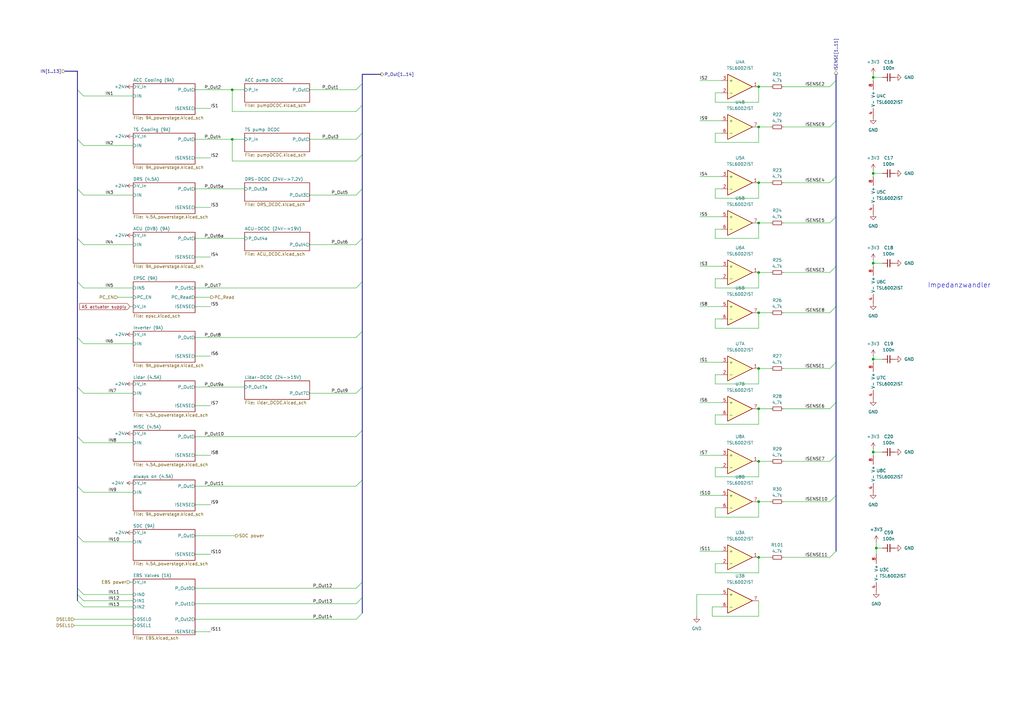
<source format=kicad_sch>
(kicad_sch (version 20231120) (generator "eeschema") (generator_version "8.0")
  (paper "A3")
  (title_block (title "PDU FT25") (date "2025-01-15") (rev "V1.2") (company "Janek Herm") (comment 1 "FaSTTUBe Electronics"))
  (lib_symbols
    (symbol "Device:C_Small" (pin_numbers hide) (pin_names (offset 0.254) hide)
      (property "Reference" "C" (at 0.254 1.778 0))
      (property "Value" "C_Small" (at 0.254 -2.032 0))
      (symbol "C_Small_0_1"
        (polyline (pts (xy -1.524 -0.508) (xy 1.524 -0.508)) (stroke (width 0.3302)))
        (polyline (pts (xy -1.524 0.508) (xy 1.524 0.508)) (stroke (width 0.3048)))
      )
      (symbol "C_Small_1_1"
        (pin passive line (at 0 2.54 270) (length 2.032) (name "~") (number "1"))
        (pin passive line (at 0 -2.54 90) (length 2.032) (name "~") (number "2"))
      )
    )
    (symbol "Device:Opamp_Dual"
      (property "Reference" "U" (at 0 5.08 0))
      (property "Value" "Opamp_Dual" (at 0 -5.08 0))
      (symbol "Opamp_Dual_1_1"
        (polyline (pts (xy -5.08 5.08) (xy 5.08 0) (xy -5.08 -5.08) (xy -5.08 5.08)) (stroke (width 0.254)) (fill (type background)))
        (pin output line (at 7.62 0 180) (length 2.54) (name "~") (number "1"))
        (pin input line (at -7.62 -2.54 0) (length 2.54) (name "-") (number "2"))
        (pin input line (at -7.62 2.54 0) (length 2.54) (name "+") (number "3"))
      )
      (symbol "Opamp_Dual_2_1"
        (polyline (pts (xy -5.08 5.08) (xy 5.08 0) (xy -5.08 -5.08) (xy -5.08 5.08)) (stroke (width 0.254)) (fill (type background)))
        (pin input line (at -7.62 2.54 0) (length 2.54) (name "+") (number "5"))
        (pin input line (at -7.62 -2.54 0) (length 2.54) (name "-") (number "6"))
        (pin output line (at 7.62 0 180) (length 2.54) (name "~") (number "7"))
      )
      (symbol "Opamp_Dual_3_1"
        (pin power_in line (at -2.54 -7.62 90) (length 3.81) (name "V-") (number "4"))
        (pin power_in line (at -2.54 7.62 270) (length 3.81) (name "V+") (number "8"))
      )
    )
    (symbol "Device:R_Small" (pin_numbers hide) (pin_names (offset 0.254) hide)
      (property "Reference" "R" (at 0.762 0.508 0))
      (property "Value" "R_Small" (at 0.762 -1.016 0))
      (symbol "R_Small_0_1"
        (rectangle (start -0.762 1.778) (end 0.762 -1.778) (stroke (width 0.2032)))
      )
      (symbol "R_Small_1_1"
        (pin passive line (at 0 2.54 270) (length 0.762) (name "~") (number "1"))
        (pin passive line (at 0 -2.54 90) (length 0.762) (name "~") (number "2"))
      )
    )
    (symbol "power:+12V" (power) (pin_numbers hide) (pin_names (offset 0) hide)
      (property "Value" "+12V" (at 0 3.556 0))
      (symbol "+12V_0_1"
        (polyline (pts (xy -0.762 1.27) (xy 0 2.54)))
        (polyline (pts (xy 0 0) (xy 0 2.54)))
        (polyline (pts (xy 0 2.54) (xy 0.762 1.27)))
      )
      (symbol "+12V_1_1"
        (pin power_in line (at 0 0 90) (length 0) (name "~") (number "1"))
      )
    )
    (symbol "power:+24V" (power) (pin_numbers hide) (pin_names (offset 0) hide)
      (property "Value" "+24V" (at 0 3.556 0))
      (symbol "+24V_0_1"
        (polyline (pts (xy -0.762 1.27) (xy 0 2.54)))
        (polyline (pts (xy 0 0) (xy 0 2.54)))
        (polyline (pts (xy 0 2.54) (xy 0.762 1.27)))
      )
      (symbol "+24V_1_1"
        (pin power_in line (at 0 0 90) (length 0) (name "~") (number "1"))
      )
    )
    (symbol "power:+3.3V" (power) (pin_numbers hide) (pin_names (offset 0) hide)
      (property "Value" "+3.3V" (at 0 3.556 0))
      (symbol "+3.3V_0_1"
        (polyline (pts (xy -0.762 1.27) (xy 0 2.54)))
        (polyline (pts (xy 0 0) (xy 0 2.54)))
        (polyline (pts (xy 0 2.54) (xy 0.762 1.27)))
      )
      (symbol "+3.3V_1_1"
        (pin power_in line (at 0 0 90) (length 0) (name "~") (number "1"))
      )
    )
    (symbol "power:GND" (power) (pin_numbers hide) (pin_names (offset 0) hide)
      (property "Value" "GND" (at 0 -3.81 0))
      (symbol "GND_0_1"
        (polyline (pts (xy 0 0) (xy 0 -1.27) (xy 1.27 -1.27) (xy 0 -2.54) (xy -1.27 -1.27) (xy 0 -1.27)))
      )
      (symbol "GND_1_1"
        (pin power_in line (at 0 0 270) (length 0) (name "~") (number "1"))
      )
    )
  )
  (junction (at 311.15 111.76))
  (junction (at 358.14 71.12))
  (junction (at 358.14 31.75))
  (junction (at 358.14 185.42))
  (junction (at 311.15 128.27))
  (junction (at 95.25 36.83))
  (junction (at 95.25 57.15))
  (junction (at 311.15 52.07))
  (junction (at 311.15 205.74))
  (junction (at 311.15 228.6))
  (junction (at 359.41 224.79))
  (junction (at 311.15 151.13))
  (junction (at 311.15 91.44))
  (junction (at 311.15 35.56))
  (junction (at 358.14 147.32))
  (junction (at 358.14 107.95))
  (junction (at 311.15 74.93))
  (junction (at 311.15 189.23))
  (junction (at 311.15 167.64))
  (bus_entry (at 340.36 228.6) (size 2.54 -2.54))
  (bus_entry (at 31.75 199.39) (size 2.54 2.54))
  (bus_entry (at 34.29 80.01) (size -2.54 -2.54))
  (bus_entry (at 31.75 219.71) (size 2.54 2.54))
  (bus_entry (at 146.05 254) (size 2.54 -2.54))
  (bus_entry (at 34.29 140.97) (size -2.54 -2.54))
  (bus_entry (at 146.05 247.65) (size 2.54 -2.54))
  (bus_entry (at 340.36 151.13) (size 2.54 -2.54))
  (bus_entry (at 146.05 179.07) (size 2.54 -2.54))
  (bus_entry (at 340.36 189.23) (size 2.54 -2.54))
  (bus_entry (at 146.05 100.33) (size 2.54 -2.54))
  (bus_entry (at 146.05 199.39) (size 2.54 -2.54))
  (bus_entry (at 340.36 111.76) (size 2.54 -2.54))
  (bus_entry (at 340.36 205.74) (size 2.54 -2.54))
  (bus_entry (at 340.36 74.93) (size 2.54 -2.54))
  (bus_entry (at 34.29 118.11) (size -2.54 -2.54))
  (bus_entry (at 146.05 118.11) (size 2.54 -2.54))
  (bus_entry (at 340.36 52.07) (size 2.54 -2.54))
  (bus_entry (at 34.29 100.33) (size -2.54 -2.54))
  (bus_entry (at 146.05 57.15) (size 2.54 -2.54))
  (bus_entry (at 146.05 161.29) (size 2.54 -2.54))
  (bus_entry (at 146.05 66.04) (size 2.54 -2.54))
  (bus_entry (at 146.05 241.3) (size 2.54 -2.54))
  (bus_entry (at 340.36 167.64) (size 2.54 -2.54))
  (bus_entry (at 31.75 179.07) (size 2.54 2.54))
  (bus_entry (at 34.29 39.37) (size -2.54 -2.54))
  (bus_entry (at 146.05 80.01) (size 2.54 -2.54))
  (bus_entry (at 340.36 91.44) (size 2.54 -2.54))
  (bus_entry (at 31.75 243.84) (size 2.54 2.54))
  (bus_entry (at 31.75 246.38) (size 2.54 2.54))
  (bus_entry (at 31.75 241.3) (size 2.54 2.54))
  (bus_entry (at 146.05 45.72) (size 2.54 -2.54))
  (bus_entry (at 340.36 128.27) (size 2.54 -2.54))
  (bus_entry (at 340.36 35.56) (size 2.54 -2.54))
  (bus_entry (at 34.29 59.69) (size -2.54 -2.54))
  (bus_entry (at 146.05 138.43) (size 2.54 -2.54))
  (bus_entry (at 146.05 36.83) (size 2.54 -2.54))
  (bus_entry (at 31.75 158.75) (size 2.54 2.54))
  (wire (pts (xy 293.37 130.81) (xy 293.37 134.62)))
  (bus (pts (xy 342.9 88.9) (xy 342.9 109.22)))
  (wire (pts (xy 311.15 189.23) (xy 311.15 195.58)))
  (bus (pts (xy 342.9 125.73) (xy 342.9 148.59)))
  (wire (pts (xy 321.31 52.07) (xy 340.36 52.07)))
  (wire (pts (xy 311.15 151.13) (xy 311.15 157.48)))
  (wire (pts (xy 34.29 100.33) (xy 54.61 100.33)))
  (wire (pts (xy 311.15 234.95) (xy 311.15 228.6)))
  (wire (pts (xy 321.31 205.74) (xy 340.36 205.74)))
  (bus (pts (xy 342.9 148.59) (xy 342.9 165.1)))
  (bus (pts (xy 31.75 243.84) (xy 31.75 246.38)))
  (wire (pts (xy 358.14 30.48) (xy 358.14 31.75)))
  (wire (pts (xy 311.15 205.74) (xy 311.15 212.09)))
  (wire (pts (xy 359.41 224.79) (xy 361.95 224.79)))
  (wire (pts (xy 295.91 248.92) (xy 292.1 248.92)))
  (wire (pts (xy 311.15 128.27) (xy 311.15 134.62)))
  (wire (pts (xy 293.37 81.28) (xy 311.15 81.28)))
  (bus (pts (xy 31.75 241.3) (xy 31.75 243.84)))
  (wire (pts (xy 293.37 54.61) (xy 293.37 58.42)))
  (wire (pts (xy 311.15 74.93) (xy 316.23 74.93)))
  (wire (pts (xy 287.02 33.02) (xy 295.91 33.02)))
  (wire (pts (xy 287.02 226.06) (xy 295.91 226.06)))
  (wire (pts (xy 311.15 189.23) (xy 316.23 189.23)))
  (wire (pts (xy 95.25 45.72) (xy 146.05 45.72)))
  (wire (pts (xy 95.25 36.83) (xy 100.33 36.83)))
  (wire (pts (xy 293.37 195.58) (xy 311.15 195.58)))
  (wire (pts (xy 80.01 146.05) (xy 86.36 146.05)))
  (bus (pts (xy 148.59 63.5) (xy 148.59 77.47)))
  (wire (pts (xy 295.91 231.14) (xy 293.37 231.14)))
  (wire (pts (xy 292.1 248.92) (xy 292.1 252.73)))
  (wire (pts (xy 53.34 238.76) (xy 54.61 238.76)))
  (wire (pts (xy 34.29 80.01) (xy 54.61 80.01)))
  (wire (pts (xy 295.91 114.3) (xy 293.37 114.3)))
  (wire (pts (xy 285.75 243.84) (xy 295.91 243.84)))
  (wire (pts (xy 295.91 191.77) (xy 293.37 191.77)))
  (wire (pts (xy 311.15 35.56) (xy 316.23 35.56)))
  (wire (pts (xy 295.91 130.81) (xy 293.37 130.81)))
  (wire (pts (xy 295.91 54.61) (xy 293.37 54.61)))
  (wire (pts (xy 311.15 111.76) (xy 316.23 111.76)))
  (bus (pts (xy 148.59 238.76) (xy 148.59 245.11)))
  (wire (pts (xy 295.91 170.18) (xy 293.37 170.18)))
  (wire (pts (xy 287.02 148.59) (xy 295.91 148.59)))
  (bus (pts (xy 156.21 30.48) (xy 148.59 30.48)))
  (wire (pts (xy 358.14 107.95) (xy 361.95 107.95)))
  (wire (pts (xy 295.91 208.28) (xy 293.37 208.28)))
  (wire (pts (xy 358.14 69.85) (xy 358.14 71.12)))
  (wire (pts (xy 293.37 212.09) (xy 311.15 212.09)))
  (wire (pts (xy 30.48 254) (xy 54.61 254)))
  (wire (pts (xy 80.01 77.47) (xy 100.33 77.47)))
  (bus (pts (xy 342.9 72.39) (xy 342.9 88.9)))
  (wire (pts (xy 80.01 44.45) (xy 86.36 44.45)))
  (bus (pts (xy 148.59 158.75) (xy 148.59 176.53)))
  (wire (pts (xy 321.31 151.13) (xy 340.36 151.13)))
  (wire (pts (xy 358.14 185.42) (xy 358.14 186.69)))
  (wire (pts (xy 321.31 228.6) (xy 340.36 228.6)))
  (wire (pts (xy 127 57.15) (xy 146.05 57.15)))
  (wire (pts (xy 80.01 179.07) (xy 146.05 179.07)))
  (wire (pts (xy 287.02 125.73) (xy 295.91 125.73)))
  (wire (pts (xy 287.02 109.22) (xy 295.91 109.22)))
  (wire (pts (xy 358.14 71.12) (xy 361.95 71.12)))
  (wire (pts (xy 80.01 138.43) (xy 146.05 138.43)))
  (bus (pts (xy 342.9 109.22) (xy 342.9 125.73)))
  (wire (pts (xy 311.15 167.64) (xy 316.23 167.64)))
  (wire (pts (xy 311.15 52.07) (xy 311.15 58.42)))
  (wire (pts (xy 358.14 31.75) (xy 361.95 31.75)))
  (wire (pts (xy 34.29 243.84) (xy 54.61 243.84)))
  (bus (pts (xy 31.75 57.15) (xy 31.75 77.47)))
  (bus (pts (xy 31.75 29.21) (xy 31.75 36.83)))
  (wire (pts (xy 321.31 128.27) (xy 340.36 128.27)))
  (bus (pts (xy 148.59 196.85) (xy 148.59 238.76)))
  (wire (pts (xy 287.02 72.39) (xy 295.91 72.39)))
  (wire (pts (xy 311.15 52.07) (xy 316.23 52.07)))
  (wire (pts (xy 80.01 105.41) (xy 86.36 105.41)))
  (wire (pts (xy 359.41 222.25) (xy 359.41 224.79)))
  (wire (pts (xy 293.37 157.48) (xy 311.15 157.48)))
  (wire (pts (xy 311.15 205.74) (xy 316.23 205.74)))
  (wire (pts (xy 80.01 125.73) (xy 86.36 125.73)))
  (wire (pts (xy 293.37 97.79) (xy 311.15 97.79)))
  (wire (pts (xy 80.01 158.75) (xy 100.33 158.75)))
  (wire (pts (xy 295.91 93.98) (xy 293.37 93.98)))
  (bus (pts (xy 31.75 179.07) (xy 31.75 199.39)))
  (wire (pts (xy 80.01 207.01) (xy 86.36 207.01)))
  (bus (pts (xy 26.67 29.21) (xy 31.75 29.21)))
  (wire (pts (xy 287.02 186.69) (xy 295.91 186.69)))
  (wire (pts (xy 293.37 58.42) (xy 311.15 58.42)))
  (bus (pts (xy 31.75 97.79) (xy 31.75 115.57)))
  (wire (pts (xy 293.37 234.95) (xy 311.15 234.95)))
  (bus (pts (xy 148.59 176.53) (xy 148.59 196.85)))
  (wire (pts (xy 34.29 59.69) (xy 54.61 59.69)))
  (bus (pts (xy 342.9 186.69) (xy 342.9 203.2)))
  (wire (pts (xy 358.14 147.32) (xy 358.14 148.59)))
  (wire (pts (xy 295.91 153.67) (xy 293.37 153.67)))
  (bus (pts (xy 31.75 219.71) (xy 31.75 241.3)))
  (wire (pts (xy 292.1 252.73) (xy 311.15 252.73)))
  (wire (pts (xy 321.31 91.44) (xy 340.36 91.44)))
  (wire (pts (xy 285.75 243.84) (xy 285.75 252.73)))
  (bus (pts (xy 148.59 245.11) (xy 148.59 251.46)))
  (wire (pts (xy 80.01 247.65) (xy 146.05 247.65)))
  (wire (pts (xy 293.37 153.67) (xy 293.37 157.48)))
  (wire (pts (xy 34.29 39.37) (xy 54.61 39.37)))
  (wire (pts (xy 293.37 38.1) (xy 293.37 41.91)))
  (wire (pts (xy 34.29 222.25) (xy 54.61 222.25)))
  (wire (pts (xy 293.37 208.28) (xy 293.37 212.09)))
  (wire (pts (xy 80.01 64.77) (xy 86.36 64.77)))
  (wire (pts (xy 95.25 57.15) (xy 95.25 66.04)))
  (bus (pts (xy 342.9 165.1) (xy 342.9 186.69)))
  (wire (pts (xy 80.01 254) (xy 146.05 254)))
  (wire (pts (xy 34.29 118.11) (xy 54.61 118.11)))
  (wire (pts (xy 30.48 256.54) (xy 54.61 256.54)))
  (wire (pts (xy 311.15 252.73) (xy 311.15 246.38)))
  (wire (pts (xy 358.14 184.15) (xy 358.14 185.42)))
  (wire (pts (xy 321.31 74.93) (xy 340.36 74.93)))
  (wire (pts (xy 358.14 71.12) (xy 358.14 72.39)))
  (wire (pts (xy 293.37 134.62) (xy 311.15 134.62)))
  (bus (pts (xy 148.59 43.18) (xy 148.59 54.61)))
  (wire (pts (xy 287.02 165.1) (xy 295.91 165.1)))
  (bus (pts (xy 148.59 77.47) (xy 148.59 97.79)))
  (wire (pts (xy 311.15 111.76) (xy 311.15 118.11)))
  (wire (pts (xy 321.31 111.76) (xy 340.36 111.76)))
  (wire (pts (xy 287.02 49.53) (xy 295.91 49.53)))
  (wire (pts (xy 80.01 121.92) (xy 86.36 121.92)))
  (wire (pts (xy 80.01 118.11) (xy 146.05 118.11)))
  (bus (pts (xy 31.75 158.75) (xy 31.75 179.07)))
  (wire (pts (xy 295.91 77.47) (xy 293.37 77.47)))
  (wire (pts (xy 293.37 170.18) (xy 293.37 173.99)))
  (bus (pts (xy 342.9 33.02) (xy 342.9 49.53)))
  (wire (pts (xy 80.01 219.71) (xy 96.52 219.71)))
  (wire (pts (xy 127 100.33) (xy 146.05 100.33)))
  (bus (pts (xy 31.75 36.83) (xy 31.75 57.15)))
  (wire (pts (xy 95.25 66.04) (xy 146.05 66.04)))
  (wire (pts (xy 34.29 181.61) (xy 54.61 181.61)))
  (wire (pts (xy 293.37 41.91) (xy 311.15 41.91)))
  (wire (pts (xy 293.37 118.11) (xy 311.15 118.11)))
  (wire (pts (xy 34.29 246.38) (xy 54.61 246.38)))
  (bus (pts (xy 342.9 203.2) (xy 342.9 226.06)))
  (wire (pts (xy 293.37 231.14) (xy 293.37 234.95)))
  (wire (pts (xy 358.14 185.42) (xy 361.95 185.42)))
  (bus (pts (xy 148.59 135.89) (xy 148.59 158.75)))
  (wire (pts (xy 53.34 125.73) (xy 54.61 125.73)))
  (wire (pts (xy 311.15 74.93) (xy 311.15 81.28)))
  (wire (pts (xy 80.01 36.83) (xy 95.25 36.83)))
  (wire (pts (xy 95.25 57.15) (xy 100.33 57.15)))
  (wire (pts (xy 293.37 93.98) (xy 293.37 97.79)))
  (wire (pts (xy 295.91 38.1) (xy 293.37 38.1)))
  (bus (pts (xy 148.59 34.29) (xy 148.59 43.18)))
  (wire (pts (xy 54.61 201.93) (xy 34.29 201.93)))
  (wire (pts (xy 358.14 147.32) (xy 361.95 147.32)))
  (wire (pts (xy 293.37 173.99) (xy 311.15 173.99)))
  (wire (pts (xy 127 80.01) (xy 146.05 80.01)))
  (wire (pts (xy 80.01 199.39) (xy 146.05 199.39)))
  (wire (pts (xy 80.01 57.15) (xy 95.25 57.15)))
  (bus (pts (xy 31.75 77.47) (xy 31.75 97.79)))
  (wire (pts (xy 293.37 191.77) (xy 293.37 195.58)))
  (bus (pts (xy 342.9 49.53) (xy 342.9 72.39)))
  (bus (pts (xy 148.59 97.79) (xy 148.59 115.57)))
  (bus (pts (xy 148.59 30.48) (xy 148.59 34.29)))
  (wire (pts (xy 80.01 186.69) (xy 86.36 186.69)))
  (wire (pts (xy 287.02 203.2) (xy 295.91 203.2)))
  (bus (pts (xy 148.59 115.57) (xy 148.59 135.89)))
  (wire (pts (xy 321.31 35.56) (xy 340.36 35.56)))
  (wire (pts (xy 358.14 146.05) (xy 358.14 147.32)))
  (wire (pts (xy 80.01 241.3) (xy 146.05 241.3)))
  (wire (pts (xy 80.01 259.08) (xy 86.36 259.08)))
  (bus (pts (xy 31.75 199.39) (xy 31.75 219.71)))
  (bus (pts (xy 31.75 138.43) (xy 31.75 158.75)))
  (wire (pts (xy 311.15 91.44) (xy 311.15 97.79)))
  (wire (pts (xy 80.01 166.37) (xy 86.36 166.37)))
  (wire (pts (xy 311.15 167.64) (xy 311.15 173.99)))
  (wire (pts (xy 358.14 31.75) (xy 358.14 33.02)))
  (wire (pts (xy 311.15 91.44) (xy 316.23 91.44)))
  (wire (pts (xy 34.29 140.97) (xy 54.61 140.97)))
  (wire (pts (xy 321.31 189.23) (xy 340.36 189.23)))
  (wire (pts (xy 359.41 224.79) (xy 359.41 227.33)))
  (wire (pts (xy 358.14 106.68) (xy 358.14 107.95)))
  (wire (pts (xy 95.25 36.83) (xy 95.25 45.72)))
  (wire (pts (xy 311.15 35.56) (xy 311.15 41.91)))
  (wire (pts (xy 293.37 77.47) (xy 293.37 81.28)))
  (wire (pts (xy 80.01 227.33) (xy 86.36 227.33)))
  (wire (pts (xy 287.02 88.9) (xy 295.91 88.9)))
  (bus (pts (xy 31.75 115.57) (xy 31.75 138.43)))
  (wire (pts (xy 311.15 151.13) (xy 316.23 151.13)))
  (wire (pts (xy 34.29 161.29) (xy 54.61 161.29)))
  (wire (pts (xy 358.14 107.95) (xy 358.14 109.22)))
  (wire (pts (xy 34.29 248.92) (xy 54.61 248.92)))
  (wire (pts (xy 321.31 167.64) (xy 340.36 167.64)))
  (wire (pts (xy 80.01 85.09) (xy 86.36 85.09)))
  (wire (pts (xy 80.01 97.79) (xy 100.33 97.79)))
  (bus (pts (xy 148.59 54.61) (xy 148.59 63.5)))
  (wire (pts (xy 311.15 128.27) (xy 316.23 128.27)))
  (wire (pts (xy 127 161.29) (xy 146.05 161.29)))
  (wire (pts (xy 293.37 114.3) (xy 293.37 118.11)))
  (wire (pts (xy 48.26 121.92) (xy 54.61 121.92)))
  (wire (pts (xy 311.15 228.6) (xy 316.23 228.6)))
  (wire (pts (xy 127 36.83) (xy 146.05 36.83)))
  (bus (pts (xy 342.9 30.48) (xy 342.9 33.02)))
  (text "Impedanzwandler" (at 393.446 117.094 0) (effects (font (size 2 2))))
  (label "P_Out10" (at 83.82 179.07 0))
  (label "ISENSE10" (at 330.2 205.74 0))
  (label "IS2" (at 86.36 64.77 0))
  (label "IN2" (at 43.18 59.69 0))
  (label "IS6" (at 86.36 146.05 0))
  (label "P_Out7" (at 83.82 118.11 0))
  (label "IS10" (at 287.02 203.2 0))
  (label "P_Out14" (at 128.27 254 0))
  (label "IS1" (at 86.36 44.45 0))
  (label "ISENSE9" (at 330.2 52.07 0))
  (label "IS7" (at 86.36 166.37 0))
  (label "P_Out2" (at 83.82 36.83 0))
  (label "IN4" (at 43.18 100.33 0))
  (label "IN10" (at 44.45 222.25 0))
  (label "IS5" (at 86.36 125.73 0))
  (label "P_Out4" (at 83.82 57.15 0))
  (label "IS9" (at 287.02 49.53 0))
  (label "IS7" (at 287.02 186.69 0))
  (label "P_Out9a" (at 83.82 158.75 0))
  (label "IN8" (at 44.45 181.61 0))
  (label "IS1" (at 287.02 148.59 0))
  (label "IN13" (at 44.45 248.92 0))
  (label "IS8" (at 86.36 186.69 0))
  (label "IS2" (at 287.02 33.02 0))
  (label "IS3" (at 287.02 109.22 0))
  (label "P_Out5" (at 135.89 80.01 0))
  (label "IS11" (at 287.02 226.06 0))
  (label "ISENSE4" (at 330.2 74.93 0))
  (label "IN6" (at 43.18 140.97 0))
  (label "IS5" (at 287.02 88.9 0))
  (label "IS8" (at 287.02 125.73 0))
  (label "P_Out1" (at 132.08 36.83 0))
  (label "P_Out5a" (at 83.82 77.47 0))
  (label "P_Out8" (at 83.82 138.43 0))
  (label "IS10" (at 86.36 227.33 0))
  (label "P_Out3" (at 132.08 57.15 0))
  (label "IN9" (at 44.45 201.93 0))
  (label "IN3" (at 43.18 80.01 0))
  (label "IS6" (at 287.02 165.1 0))
  (label "IS4" (at 86.36 105.41 0))
  (label "P_Out9" (at 135.89 161.29 0))
  (label "ISENSE3" (at 330.2 111.76 0))
  (label "ISENSE11" (at 330.2 228.6 0))
  (label "IN12" (at 44.45 246.38 0))
  (label "P_Out13" (at 128.27 247.65 0))
  (label "P_Out6" (at 135.89 100.33 0))
  (label "IS4" (at 287.02 72.39 0))
  (label "P_Out11" (at 83.82 199.39 0))
  (label "IS9" (at 86.36 207.01 0))
  (label "IN7" (at 44.45 161.29 0))
  (label "ISENSE2" (at 330.2 35.56 0))
  (label "P_Out12" (at 128.27 241.3 0))
  (label "IS3" (at 86.36 85.09 0))
  (label "IN1" (at 43.18 39.37 0))
  (label "ISENSE8" (at 330.2 128.27 0))
  (label "ISENSE1" (at 330.2 151.13 0))
  (label "P_Out6a" (at 83.82 97.79 0))
  (label "ISENSE7" (at 330.2 189.23 0))
  (label "IN5" (at 43.18 118.11 0))
  (label "IS11" (at 86.36 259.08 0))
  (label "IN11" (at 44.45 243.84 0))
  (label "ISENSE5" (at 330.2 91.44 0))
  (label "ISENSE6" (at 330.2 167.64 0))
  (global_label "AS actuator supply" (shape input) (at 53.34 125.73 180) (property "Intersheetrefs" "${INTERSHEET_REFS}" (effects (hide yes))))
  (hierarchical_label "PC_EN" (shape input) (at 48.26 121.92 180))
  (hierarchical_label "ISENSE[1..11]" (shape output) (at 342.9 30.48 90))
  (hierarchical_label "PC_Read" (shape output) (at 86.36 121.92 0))
  (hierarchical_label "DSEL0" (shape input) (at 30.48 254 180))
  (hierarchical_label "DSEL1" (shape input) (at 30.48 256.54 180))
  (hierarchical_label "P_Out[1..14]" (shape output) (at 156.21 30.48 0))
  (hierarchical_label "IN[1..13]" (shape input) (at 26.67 29.21 180))
  (hierarchical_label "SDC power" (shape output) (at 96.52 219.71 0))
  (hierarchical_label "EBS power" (shape input) (at 53.34 238.76 180) (effects (font (thickness 0.1588))))
  (symbol (lib_id "power:GND") (at 367.03 147.32 90) (unit 1)
    (property "Reference" "#PWR061" (effects (hide yes)))
    (property "Value" "GND" (at 370.84 147.3199 90) (effects (justify right)))
    (property "Description" "Power symbol creates a global label with name \"GND\" , ground" (effects (hide yes)))
  )
  (symbol (lib_id "Device:C_Small") (at 364.49 224.79 90) (unit 1)
    (property "Reference" "C59" (at 364.4963 218.44 90))
    (property "Value" "100n" (at 364.4963 220.98 90))
    (property "Footprint" "Capacitor_SMD:C_0603_1608Metric" (effects (hide yes)))
    (property "Description" "Unpolarized capacitor, small symbol" (effects (hide yes)))
  )
  (symbol (lib_id "power:+12V") (at 54.61 76.2 90) (unit 1)
    (property "Reference" "#PWR053" (effects (hide yes)))
    (property "Value" "+24V" (at 49.53 76.2 90))
    (property "Description" "Power symbol creates a global label with name \"+12V\"" (effects (hide yes)))
  )
  (symbol (lib_id "Device:Opamp_Dual") (at 360.68 194.31 0) (unit 3)
    (property "Reference" "U8" (at 359.41 193.0399 0) (effects (justify left)))
    (property "Value" "TSL6002IST" (at 359.41 195.5799 0) (effects (justify left)))
    (property "Footprint" "TSL6002IST:SOP65P490X110-8N" (effects (hide yes)))
    (property "Datasheet" "https://www.st.com/resource/en/datasheet/tsl6001.pdf" (effects (hide yes)))
    (property "Description" "Dual operational amplifier" (effects (hide yes)))
    (property "Sim.Library" "${KICAD7_SYMBOL_DIR}/Simulation_SPICE.sp" (effects (hide yes)))
    (property "Sim.Name" "kicad_builtin_opamp_dual" (effects (hide yes)))
    (property "Sim.Device" "SUBCKT" (effects (hide yes)))
    (property "Sim.Pins" "1=out1 2=in1- 3=in1+ 4=vee 5=in2+ 6=in2- 7=out2 8=vcc" (effects (hide yes)))
  )
  (symbol (lib_id "Device:R_Small") (at 318.77 128.27 90) (unit 1)
    (property "Reference" "R26" (at 318.77 123.19 90))
    (property "Value" "4.7k" (at 318.77 125.73 90))
    (property "Footprint" "Resistor_SMD:R_0603_1608Metric" (effects (hide yes)))
    (property "Description" "Resistor, small symbol" (effects (hide yes)))
  )
  (symbol (lib_id "Device:C_Small") (at 364.49 31.75 90) (unit 1)
    (property "Reference" "C16" (at 364.4963 25.4 90))
    (property "Value" "100n" (at 364.4963 27.94 90))
    (property "Footprint" "Capacitor_SMD:C_0603_1608Metric" (effects (hide yes)))
    (property "Description" "Unpolarized capacitor, small symbol" (effects (hide yes)))
  )
  (symbol (lib_id "power:+24V") (at 54.61 198.12 90) (unit 1)
    (property "Reference" "#PWR067" (effects (hide yes)))
    (property "Value" "+24V" (at 50.8 198.1199 90) (effects (justify left)))
    (property "Description" "Power symbol creates a global label with name \"+24V\"" (effects (hide yes)))
  )
  (symbol (lib_id "power:+3.3V") (at 358.14 184.15 0) (unit 1)
    (property "Reference" "#PWR065" (effects (hide yes)))
    (property "Value" "+3V3" (at 358.14 179.07 0))
    (property "Description" "Power symbol creates a global label with name \"+3.3V\"" (effects (hide yes)))
  )
  (symbol (lib_id "power:GND") (at 358.14 48.26 0) (unit 1)
    (property "Reference" "#PWR049" (effects (hide yes)))
    (property "Value" "GND" (at 358.14 53.34 0))
    (property "Description" "Power symbol creates a global label with name \"GND\" , ground" (effects (hide yes)))
  )
  (symbol (lib_id "Device:Opamp_Dual") (at 361.95 234.95 0) (unit 3)
    (property "Reference" "U3" (at 360.68 233.6799 0) (effects (justify left)))
    (property "Value" "TSL6002IST" (at 360.68 236.2199 0) (effects (justify left)))
    (property "Footprint" "TSL6002IST:SOP65P490X110-8N" (effects (hide yes)))
    (property "Datasheet" "https://www.st.com/resource/en/datasheet/tsl6001.pdf" (effects (hide yes)))
    (property "Description" "Dual operational amplifier" (effects (hide yes)))
    (property "Sim.Library" "${KICAD7_SYMBOL_DIR}/Simulation_SPICE.sp" (effects (hide yes)))
    (property "Sim.Name" "kicad_builtin_opamp_dual" (effects (hide yes)))
    (property "Sim.Device" "SUBCKT" (effects (hide yes)))
    (property "Sim.Pins" "1=out1 2=in1- 3=in1+ 4=vee 5=in2+ 6=in2- 7=out2 8=vcc" (effects (hide yes)))
  )
  (symbol (lib_id "Device:Opamp_Dual") (at 303.53 91.44 0) (unit 2)
    (property "Reference" "U5" (at 303.53 81.28 0))
    (property "Value" "TSL6002IST" (at 303.53 83.82 0))
    (property "Footprint" "TSL6002IST:SOP65P490X110-8N" (effects (hide yes)))
    (property "Datasheet" "https://www.st.com/resource/en/datasheet/tsl6001.pdf" (effects (hide yes)))
    (property "Description" "Dual operational amplifier" (effects (hide yes)))
    (property "Sim.Library" "${KICAD7_SYMBOL_DIR}/Simulation_SPICE.sp" (effects (hide yes)))
    (property "Sim.Name" "kicad_builtin_opamp_dual" (effects (hide yes)))
    (property "Sim.Device" "SUBCKT" (effects (hide yes)))
    (property "Sim.Pins" "1=out1 2=in1- 3=in1+ 4=vee 5=in2+ 6=in2- 7=out2 8=vcc" (effects (hide yes)))
  )
  (symbol (lib_id "power:+3.3V") (at 358.14 69.85 0) (unit 1)
    (property "Reference" "#PWR051" (effects (hide yes)))
    (property "Value" "+3V3" (at 358.14 64.77 0))
    (property "Description" "Power symbol creates a global label with name \"+3.3V\"" (effects (hide yes)))
  )
  (symbol (lib_id "Device:Opamp_Dual") (at 360.68 80.01 0) (unit 3)
    (property "Reference" "U5" (at 359.41 78.7399 0) (effects (justify left)))
    (property "Value" "TSL6002IST" (at 359.41 81.2799 0) (effects (justify left)))
    (property "Footprint" "TSL6002IST:SOP65P490X110-8N" (effects (hide yes)))
    (property "Datasheet" "https://www.st.com/resource/en/datasheet/tsl6001.pdf" (effects (hide yes)))
    (property "Description" "Dual operational amplifier" (effects (hide yes)))
    (property "Sim.Library" "${KICAD7_SYMBOL_DIR}/Simulation_SPICE.sp" (effects (hide yes)))
    (property "Sim.Name" "kicad_builtin_opamp_dual" (effects (hide yes)))
    (property "Sim.Device" "SUBCKT" (effects (hide yes)))
    (property "Sim.Pins" "1=out1 2=in1- 3=in1+ 4=vee 5=in2+ 6=in2- 7=out2 8=vcc" (effects (hide yes)))
  )
  (symbol (lib_id "Device:C_Small") (at 364.49 185.42 90) (unit 1)
    (property "Reference" "C20" (at 364.4963 179.07 90))
    (property "Value" "100n" (at 364.4963 181.61 90))
    (property "Footprint" "Capacitor_SMD:C_0603_1608Metric" (effects (hide yes)))
    (property "Description" "Unpolarized capacitor, small symbol" (effects (hide yes)))
  )
  (symbol (lib_id "Device:R_Small") (at 318.77 111.76 90) (unit 1)
    (property "Reference" "R25" (at 318.77 106.68 90))
    (property "Value" "4.7k" (at 318.77 109.22 90))
    (property "Footprint" "Resistor_SMD:R_0603_1608Metric" (effects (hide yes)))
    (property "Description" "Resistor, small symbol" (effects (hide yes)))
  )
  (symbol (lib_id "Device:R_Small") (at 318.77 74.93 90) (unit 1)
    (property "Reference" "R23" (at 318.77 69.85 90))
    (property "Value" "4.7k" (at 318.77 72.39 90))
    (property "Footprint" "Resistor_SMD:R_0603_1608Metric" (effects (hide yes)))
    (property "Description" "Resistor, small symbol" (effects (hide yes)))
  )
  (symbol (lib_id "Device:Opamp_Dual") (at 303.53 35.56 0) (unit 1)
    (property "Reference" "U4" (at 303.53 25.4 0))
    (property "Value" "TSL6002IST" (at 303.53 27.94 0))
    (property "Footprint" "TSL6002IST:SOP65P490X110-8N" (effects (hide yes)))
    (property "Datasheet" "https://www.st.com/resource/en/datasheet/tsl6001.pdf" (effects (hide yes)))
    (property "Description" "Dual operational amplifier" (effects (hide yes)))
    (property "Sim.Library" "${KICAD7_SYMBOL_DIR}/Simulation_SPICE.sp" (effects (hide yes)))
    (property "Sim.Name" "kicad_builtin_opamp_dual" (effects (hide yes)))
    (property "Sim.Device" "SUBCKT" (effects (hide yes)))
    (property "Sim.Pins" "1=out1 2=in1- 3=in1+ 4=vee 5=in2+ 6=in2- 7=out2 8=vcc" (effects (hide yes)))
  )
  (symbol (lib_id "power:+12V") (at 54.61 137.16 90) (unit 1)
    (property "Reference" "#PWR059" (effects (hide yes)))
    (property "Value" "+24V" (at 49.53 137.16 90))
    (property "Description" "Power symbol creates a global label with name \"+12V\"" (effects (hide yes)))
  )
  (symbol (lib_id "Device:Opamp_Dual") (at 303.53 151.13 0) (unit 1)
    (property "Reference" "U7" (at 303.53 140.97 0))
    (property "Value" "TSL6002IST" (at 303.53 143.51 0))
    (property "Footprint" "TSL6002IST:SOP65P490X110-8N" (effects (hide yes)))
    (property "Datasheet" "https://www.st.com/resource/en/datasheet/tsl6001.pdf" (effects (hide yes)))
    (property "Description" "Dual operational amplifier" (effects (hide yes)))
    (property "Sim.Library" "${KICAD7_SYMBOL_DIR}/Simulation_SPICE.sp" (effects (hide yes)))
    (property "Sim.Name" "kicad_builtin_opamp_dual" (effects (hide yes)))
    (property "Sim.Device" "SUBCKT" (effects (hide yes)))
    (property "Sim.Pins" "1=out1 2=in1- 3=in1+ 4=vee 5=in2+ 6=in2- 7=out2 8=vcc" (effects (hide yes)))
  )
  (symbol (lib_id "Device:R_Small") (at 318.77 189.23 90) (unit 1)
    (property "Reference" "R29" (at 318.77 184.15 90))
    (property "Value" "4.7k" (at 318.77 186.69 90))
    (property "Footprint" "Resistor_SMD:R_0603_1608Metric" (effects (hide yes)))
    (property "Description" "Resistor, small symbol" (effects (hide yes)))
  )
  (symbol (lib_id "Device:Opamp_Dual") (at 360.68 156.21 0) (unit 3)
    (property "Reference" "U7" (at 359.41 154.9399 0) (effects (justify left)))
    (property "Value" "TSL6002IST" (at 359.41 157.4799 0) (effects (justify left)))
    (property "Footprint" "TSL6002IST:SOP65P490X110-8N" (effects (hide yes)))
    (property "Datasheet" "https://www.st.com/resource/en/datasheet/tsl6001.pdf" (effects (hide yes)))
    (property "Description" "Dual operational amplifier" (effects (hide yes)))
    (property "Sim.Library" "${KICAD7_SYMBOL_DIR}/Simulation_SPICE.sp" (effects (hide yes)))
    (property "Sim.Name" "kicad_builtin_opamp_dual" (effects (hide yes)))
    (property "Sim.Device" "SUBCKT" (effects (hide yes)))
    (property "Sim.Pins" "1=out1 2=in1- 3=in1+ 4=vee 5=in2+ 6=in2- 7=out2 8=vcc" (effects (hide yes)))
  )
  (symbol (lib_id "power:+12V") (at 54.61 35.56 90) (unit 1)
    (property "Reference" "#PWR048" (effects (hide yes)))
    (property "Value" "+24V" (at 49.53 35.56 90))
    (property "Description" "Power symbol creates a global label with name \"+12V\"" (effects (hide yes)))
  )
  (symbol (lib_id "power:+12V") (at 54.61 55.88 90) (unit 1)
    (property "Reference" "#PWR050" (effects (hide yes)))
    (property "Value" "+24V" (at 49.53 55.88 90))
    (property "Description" "Power symbol creates a global label with name \"+12V\"" (effects (hide yes)))
  )
  (symbol (lib_id "Device:Opamp_Dual") (at 303.53 111.76 0) (unit 1)
    (property "Reference" "U6" (at 303.53 101.6 0))
    (property "Value" "TSL6002IST" (at 303.53 104.14 0))
    (property "Footprint" "TSL6002IST:SOP65P490X110-8N" (effects (hide yes)))
    (property "Datasheet" "https://www.st.com/resource/en/datasheet/tsl6001.pdf" (effects (hide yes)))
    (property "Description" "Dual operational amplifier" (effects (hide yes)))
    (property "Sim.Library" "${KICAD7_SYMBOL_DIR}/Simulation_SPICE.sp" (effects (hide yes)))
    (property "Sim.Name" "kicad_builtin_opamp_dual" (effects (hide yes)))
    (property "Sim.Device" "SUBCKT" (effects (hide yes)))
    (property "Sim.Pins" "1=out1 2=in1- 3=in1+ 4=vee 5=in2+ 6=in2- 7=out2 8=vcc" (effects (hide yes)))
  )
  (symbol (lib_id "power:+3.3V") (at 358.14 30.48 0) (unit 1)
    (property "Reference" "#PWR046" (effects (hide yes)))
    (property "Value" "+3V3" (at 358.14 25.4 0))
    (property "Description" "Power symbol creates a global label with name \"+3.3V\"" (effects (hide yes)))
  )
  (symbol (lib_id "Device:Opamp_Dual") (at 360.68 40.64 0) (unit 3)
    (property "Reference" "U4" (at 359.41 39.3699 0) (effects (justify left)))
    (property "Value" "TSL6002IST" (at 359.41 41.9099 0) (effects (justify left)))
    (property "Footprint" "TSL6002IST:SOP65P490X110-8N" (effects (hide yes)))
    (property "Datasheet" "https://www.st.com/resource/en/datasheet/tsl6001.pdf" (effects (hide yes)))
    (property "Description" "Dual operational amplifier" (effects (hide yes)))
    (property "Sim.Library" "${KICAD7_SYMBOL_DIR}/Simulation_SPICE.sp" (effects (hide yes)))
    (property "Sim.Name" "kicad_builtin_opamp_dual" (effects (hide yes)))
    (property "Sim.Device" "SUBCKT" (effects (hide yes)))
    (property "Sim.Pins" "1=out1 2=in1- 3=in1+ 4=vee 5=in2+ 6=in2- 7=out2 8=vcc" (effects (hide yes)))
  )
  (symbol (lib_id "power:+12V") (at 54.61 157.48 90) (unit 1)
    (property "Reference" "#PWR062" (effects (hide yes)))
    (property "Value" "+24V" (at 49.53 157.48 90))
    (property "Description" "Power symbol creates a global label with name \"+12V\"" (effects (hide yes)))
  )
  (symbol (lib_id "Device:R_Small") (at 318.77 228.6 90) (unit 1)
    (property "Reference" "R101" (at 318.77 223.52 90))
    (property "Value" "4.7k" (at 318.77 226.06 90))
    (property "Footprint" "Resistor_SMD:R_0603_1608Metric" (effects (hide yes)))
    (property "Description" "Resistor, small symbol" (effects (hide yes)))
  )
  (symbol (lib_id "Device:R_Small") (at 318.77 35.56 90) (unit 1)
    (property "Reference" "R21" (at 318.77 30.48 90))
    (property "Value" "4.7k" (at 318.77 33.02 90))
    (property "Footprint" "Resistor_SMD:R_0603_1608Metric" (effects (hide yes)))
    (property "Description" "Resistor, small symbol" (effects (hide yes)))
  )
  (symbol (lib_id "power:GND") (at 367.03 31.75 90) (unit 1)
    (property "Reference" "#PWR047" (effects (hide yes)))
    (property "Value" "GND" (at 370.84 31.7499 90) (effects (justify right)))
    (property "Description" "Power symbol creates a global label with name \"GND\" , ground" (effects (hide yes)))
  )
  (symbol (lib_id "power:GND") (at 358.14 87.63 0) (unit 1)
    (property "Reference" "#PWR054" (effects (hide yes)))
    (property "Value" "GND" (at 358.14 92.71 0))
    (property "Description" "Power symbol creates a global label with name \"GND\" , ground" (effects (hide yes)))
  )
  (symbol (lib_id "power:GND") (at 367.03 185.42 90) (unit 1)
    (property "Reference" "#PWR066" (effects (hide yes)))
    (property "Value" "GND" (at 370.84 185.4199 90) (effects (justify right)))
    (property "Description" "Power symbol creates a global label with name \"GND\" , ground" (effects (hide yes)))
  )
  (symbol (lib_id "power:GND") (at 358.14 163.83 0) (unit 1)
    (property "Reference" "#PWR063" (effects (hide yes)))
    (property "Value" "GND" (at 358.14 168.91 0))
    (property "Description" "Power symbol creates a global label with name \"GND\" , ground" (effects (hide yes)))
  )
  (symbol (lib_id "Device:C_Small") (at 364.49 107.95 90) (unit 1)
    (property "Reference" "C18" (at 364.4963 101.6 90))
    (property "Value" "100n" (at 364.4963 104.14 90))
    (property "Footprint" "Capacitor_SMD:C_0603_1608Metric" (effects (hide yes)))
    (property "Description" "Unpolarized capacitor, small symbol" (effects (hide yes)))
  )
  (symbol (lib_id "power:GND") (at 367.03 107.95 90) (unit 1)
    (property "Reference" "#PWR057" (effects (hide yes)))
    (property "Value" "GND" (at 370.84 107.9499 90) (effects (justify right)))
    (property "Description" "Power symbol creates a global label with name \"GND\" , ground" (effects (hide yes)))
  )
  (symbol (lib_id "power:GND") (at 285.75 252.73 0) (unit 1)
    (property "Reference" "#PWR0197" (effects (hide yes)))
    (property "Value" "GND" (at 285.75 257.81 0))
    (property "Description" "Power symbol creates a global label with name \"GND\" , ground" (effects (hide yes)))
  )
  (symbol (lib_id "power:+3.3V") (at 358.14 146.05 0) (unit 1)
    (property "Reference" "#PWR060" (effects (hide yes)))
    (property "Value" "+3V3" (at 358.14 140.97 0))
    (property "Description" "Power symbol creates a global label with name \"+3.3V\"" (effects (hide yes)))
  )
  (symbol (lib_id "power:+12V") (at 54.61 96.52 90) (unit 1)
    (property "Reference" "#PWR055" (effects (hide yes)))
    (property "Value" "+24V" (at 49.53 96.52 90))
    (property "Description" "Power symbol creates a global label with name \"+12V\"" (effects (hide yes)))
  )
  (symbol (lib_id "power:+3.3V") (at 359.41 222.25 0) (unit 1)
    (property "Reference" "#PWR0154" (effects (hide yes)))
    (property "Value" "+3V3" (at 359.41 217.17 0))
    (property "Description" "Power symbol creates a global label with name \"+3.3V\"" (effects (hide yes)))
  )
  (symbol (lib_id "Device:Opamp_Dual") (at 303.53 228.6 0) (unit 1)
    (property "Reference" "U3" (at 303.53 218.44 0))
    (property "Value" "TSL6002IST" (at 303.53 220.98 0))
    (property "Footprint" "TSL6002IST:SOP65P490X110-8N" (effects (hide yes)))
    (property "Datasheet" "https://www.st.com/resource/en/datasheet/tsl6001.pdf" (effects (hide yes)))
    (property "Description" "Dual operational amplifier" (effects (hide yes)))
    (property "Sim.Library" "${KICAD7_SYMBOL_DIR}/Simulation_SPICE.sp" (effects (hide yes)))
    (property "Sim.Name" "kicad_builtin_opamp_dual" (effects (hide yes)))
    (property "Sim.Device" "SUBCKT" (effects (hide yes)))
    (property "Sim.Pins" "1=out1 2=in1- 3=in1+ 4=vee 5=in2+ 6=in2- 7=out2 8=vcc" (effects (hide yes)))
  )
  (symbol (lib_id "power:GND") (at 367.03 224.79 90) (unit 1)
    (property "Reference" "#PWR0155" (effects (hide yes)))
    (property "Value" "GND" (at 370.84 224.7899 90) (effects (justify right)))
    (property "Description" "Power symbol creates a global label with name \"GND\" , ground" (effects (hide yes)))
  )
  (symbol (lib_id "Device:Opamp_Dual") (at 303.53 246.38 0) (unit 2)
    (property "Reference" "U3" (at 303.53 236.22 0))
    (property "Value" "TSL6002IST" (at 303.53 238.76 0))
    (property "Footprint" "TSL6002IST:SOP65P490X110-8N" (effects (hide yes)))
    (property "Datasheet" "https://www.st.com/resource/en/datasheet/tsl6001.pdf" (effects (hide yes)))
    (property "Description" "Dual operational amplifier" (effects (hide yes)))
    (property "Sim.Library" "${KICAD7_SYMBOL_DIR}/Simulation_SPICE.sp" (effects (hide yes)))
    (property "Sim.Name" "kicad_builtin_opamp_dual" (effects (hide yes)))
    (property "Sim.Device" "SUBCKT" (effects (hide yes)))
    (property "Sim.Pins" "1=out1 2=in1- 3=in1+ 4=vee 5=in2+ 6=in2- 7=out2 8=vcc" (effects (hide yes)))
  )
  (symbol (lib_id "Device:Opamp_Dual") (at 303.53 189.23 0) (unit 1)
    (property "Reference" "U8" (at 303.53 179.07 0))
    (property "Value" "TSL6002IST" (at 303.53 181.61 0))
    (property "Footprint" "TSL6002IST:SOP65P490X110-8N" (effects (hide yes)))
    (property "Datasheet" "https://www.st.com/resource/en/datasheet/tsl6001.pdf" (effects (hide yes)))
    (property "Description" "Dual operational amplifier" (effects (hide yes)))
    (property "Sim.Library" "${KICAD7_SYMBOL_DIR}/Simulation_SPICE.sp" (effects (hide yes)))
    (property "Sim.Name" "kicad_builtin_opamp_dual" (effects (hide yes)))
    (property "Sim.Device" "SUBCKT" (effects (hide yes)))
    (property "Sim.Pins" "1=out1 2=in1- 3=in1+ 4=vee 5=in2+ 6=in2- 7=out2 8=vcc" (effects (hide yes)))
  )
  (symbol (lib_id "power:+12V") (at 54.61 177.8 90) (unit 1)
    (property "Reference" "#PWR064" (effects (hide yes)))
    (property "Value" "+24V" (at 49.53 177.8 90))
    (property "Description" "Power symbol creates a global label with name \"+12V\"" (effects (hide yes)))
  )
  (symbol (lib_id "Device:R_Small") (at 318.77 91.44 90) (unit 1)
    (property "Reference" "R24" (at 318.77 86.36 90))
    (property "Value" "4.7k" (at 318.77 88.9 90))
    (property "Footprint" "Resistor_SMD:R_0603_1608Metric" (effects (hide yes)))
    (property "Description" "Resistor, small symbol" (effects (hide yes)))
  )
  (symbol (lib_id "power:GND") (at 359.41 242.57 0) (unit 1)
    (property "Reference" "#PWR036" (effects (hide yes)))
    (property "Value" "GND" (at 359.41 247.65 0))
    (property "Description" "Power symbol creates a global label with name \"GND\" , ground" (effects (hide yes)))
  )
  (symbol (lib_id "Device:C_Small") (at 364.49 147.32 90) (unit 1)
    (property "Reference" "C19" (at 364.4963 140.97 90))
    (property "Value" "100n" (at 364.4963 143.51 90))
    (property "Footprint" "Capacitor_SMD:C_0603_1608Metric" (effects (hide yes)))
    (property "Description" "Unpolarized capacitor, small symbol" (effects (hide yes)))
  )
  (symbol (lib_id "power:+12V") (at 54.61 218.44 90) (unit 1)
    (property "Reference" "#PWR069" (effects (hide yes)))
    (property "Value" "+24V" (at 49.53 218.44 90))
    (property "Description" "Power symbol creates a global label with name \"+12V\"" (effects (hide yes)))
  )
  (symbol (lib_id "Device:Opamp_Dual") (at 303.53 167.64 0) (unit 2)
    (property "Reference" "U7" (at 303.53 157.48 0))
    (property "Value" "TSL6002IST" (at 303.53 160.02 0))
    (property "Footprint" "TSL6002IST:SOP65P490X110-8N" (effects (hide yes)))
    (property "Datasheet" "https://www.st.com/resource/en/datasheet/tsl6001.pdf" (effects (hide yes)))
    (property "Description" "Dual operational amplifier" (effects (hide yes)))
    (property "Sim.Library" "${KICAD7_SYMBOL_DIR}/Simulation_SPICE.sp" (effects (hide yes)))
    (property "Sim.Name" "kicad_builtin_opamp_dual" (effects (hide yes)))
    (property "Sim.Device" "SUBCKT" (effects (hide yes)))
    (property "Sim.Pins" "1=out1 2=in1- 3=in1+ 4=vee 5=in2+ 6=in2- 7=out2 8=vcc" (effects (hide yes)))
  )
  (symbol (lib_id "Device:Opamp_Dual") (at 303.53 74.93 0) (unit 1)
    (property "Reference" "U5" (at 303.53 64.77 0))
    (property "Value" "TSL6002IST" (at 303.53 67.31 0))
    (property "Footprint" "TSL6002IST:SOP65P490X110-8N" (effects (hide yes)))
    (property "Datasheet" "https://www.st.com/resource/en/datasheet/tsl6001.pdf" (effects (hide yes)))
    (property "Description" "Dual operational amplifier" (effects (hide yes)))
    (property "Sim.Library" "${KICAD7_SYMBOL_DIR}/Simulation_SPICE.sp" (effects (hide yes)))
    (property "Sim.Name" "kicad_builtin_opamp_dual" (effects (hide yes)))
    (property "Sim.Device" "SUBCKT" (effects (hide yes)))
    (property "Sim.Pins" "1=out1 2=in1- 3=in1+ 4=vee 5=in2+ 6=in2- 7=out2 8=vcc" (effects (hide yes)))
  )
  (symbol (lib_id "Device:Opamp_Dual") (at 360.68 116.84 0) (unit 3)
    (property "Reference" "U6" (at 359.41 115.5699 0) (effects (justify left)))
    (property "Value" "TSL6002IST" (at 359.41 118.1099 0) (effects (justify left)))
    (property "Footprint" "TSL6002IST:SOP65P490X110-8N" (effects (hide yes)))
    (property "Datasheet" "https://www.st.com/resource/en/datasheet/tsl6001.pdf" (effects (hide yes)))
    (property "Description" "Dual operational amplifier" (effects (hide yes)))
    (property "Sim.Library" "${KICAD7_SYMBOL_DIR}/Simulation_SPICE.sp" (effects (hide yes)))
    (property "Sim.Name" "kicad_builtin_opamp_dual" (effects (hide yes)))
    (property "Sim.Device" "SUBCKT" (effects (hide yes)))
    (property "Sim.Pins" "1=out1 2=in1- 3=in1+ 4=vee 5=in2+ 6=in2- 7=out2 8=vcc" (effects (hide yes)))
  )
  (symbol (lib_id "Device:R_Small") (at 318.77 205.74 90) (unit 1)
    (property "Reference" "R30" (at 318.77 200.66 90))
    (property "Value" "4.7k" (at 318.77 203.2 90))
    (property "Footprint" "Resistor_SMD:R_0603_1608Metric" (effects (hide yes)))
    (property "Description" "Resistor, small symbol" (effects (hide yes)))
  )
  (symbol (lib_id "Device:R_Small") (at 318.77 151.13 90) (unit 1)
    (property "Reference" "R27" (at 318.77 146.05 90))
    (property "Value" "4.7k" (at 318.77 148.59 90))
    (property "Footprint" "Resistor_SMD:R_0603_1608Metric" (effects (hide yes)))
    (property "Description" "Resistor, small symbol" (effects (hide yes)))
  )
  (symbol (lib_id "Device:R_Small") (at 318.77 52.07 90) (unit 1)
    (property "Reference" "R22" (at 318.77 46.99 90))
    (property "Value" "4.7k" (at 318.77 49.53 90))
    (property "Footprint" "Resistor_SMD:R_0603_1608Metric" (effects (hide yes)))
    (property "Description" "Resistor, small symbol" (effects (hide yes)))
  )
  (symbol (lib_id "power:GND") (at 367.03 71.12 90) (unit 1)
    (property "Reference" "#PWR052" (effects (hide yes)))
    (property "Value" "GND" (at 370.84 71.1199 90) (effects (justify right)))
    (property "Description" "Power symbol creates a global label with name \"GND\" , ground" (effects (hide yes)))
  )
  (symbol (lib_id "Device:R_Small") (at 318.77 167.64 90) (unit 1)
    (property "Reference" "R28" (at 318.77 162.56 90))
    (property "Value" "4.7k" (at 318.77 165.1 90))
    (property "Footprint" "Resistor_SMD:R_0603_1608Metric" (effects (hide yes)))
    (property "Description" "Resistor, small symbol" (effects (hide yes)))
  )
  (symbol (lib_id "power:+3.3V") (at 358.14 106.68 0) (unit 1)
    (property "Reference" "#PWR056" (effects (hide yes)))
    (property "Value" "+3V3" (at 358.14 101.6 0))
    (property "Description" "Power symbol creates a global label with name \"+3.3V\"" (effects (hide yes)))
  )
  (symbol (lib_id "Device:Opamp_Dual") (at 303.53 205.74 0) (unit 2)
    (property "Reference" "U8" (at 303.53 195.58 0))
    (property "Value" "TSL6002IST" (at 303.53 198.12 0))
    (property "Footprint" "TSL6002IST:SOP65P490X110-8N" (effects (hide yes)))
    (property "Datasheet" "https://www.st.com/resource/en/datasheet/tsl6001.pdf" (effects (hide yes)))
    (property "Description" "Dual operational amplifier" (effects (hide yes)))
    (property "Sim.Library" "${KICAD7_SYMBOL_DIR}/Simulation_SPICE.sp" (effects (hide yes)))
    (property "Sim.Name" "kicad_builtin_opamp_dual" (effects (hide yes)))
    (property "Sim.Device" "SUBCKT" (effects (hide yes)))
    (property "Sim.Pins" "1=out1 2=in1- 3=in1+ 4=vee 5=in2+ 6=in2- 7=out2 8=vcc" (effects (hide yes)))
  )
  (symbol (lib_id "power:GND") (at 358.14 201.93 0) (unit 1)
    (property "Reference" "#PWR068" (effects (hide yes)))
    (property "Value" "GND" (at 358.14 207.01 0))
    (property "Description" "Power symbol creates a global label with name \"GND\" , ground" (effects (hide yes)))
  )
  (symbol (lib_id "Device:Opamp_Dual") (at 303.53 128.27 0) (unit 2)
    (property "Reference" "U6" (at 303.53 118.11 0))
    (property "Value" "TSL6002IST" (at 303.53 120.65 0))
    (property "Footprint" "TSL6002IST:SOP65P490X110-8N" (effects (hide yes)))
    (property "Datasheet" "https://www.st.com/resource/en/datasheet/tsl6001.pdf" (effects (hide yes)))
    (property "Description" "Dual operational amplifier" (effects (hide yes)))
    (property "Sim.Library" "${KICAD7_SYMBOL_DIR}/Simulation_SPICE.sp" (effects (hide yes)))
    (property "Sim.Name" "kicad_builtin_opamp_dual" (effects (hide yes)))
    (property "Sim.Device" "SUBCKT" (effects (hide yes)))
    (property "Sim.Pins" "1=out1 2=in1- 3=in1+ 4=vee 5=in2+ 6=in2- 7=out2 8=vcc" (effects (hide yes)))
  )
  (symbol (lib_id "power:GND") (at 358.14 124.46 0) (unit 1)
    (property "Reference" "#PWR058" (effects (hide yes)))
    (property "Value" "GND" (at 358.14 129.54 0))
    (property "Description" "Power symbol creates a global label with name \"GND\" , ground" (effects (hide yes)))
  )
  (symbol (lib_id "Device:C_Small") (at 364.49 71.12 90) (unit 1)
    (property "Reference" "C17" (at 364.4963 64.77 90))
    (property "Value" "100n" (at 364.4963 67.31 90))
    (property "Footprint" "Capacitor_SMD:C_0603_1608Metric" (effects (hide yes)))
    (property "Description" "Unpolarized capacitor, small symbol" (effects (hide yes)))
  )
  (symbol (lib_id "Device:Opamp_Dual") (at 303.53 52.07 0) (unit 2)
    (property "Reference" "U4" (at 303.53 41.91 0))
    (property "Value" "TSL6002IST" (at 303.53 44.45 0))
    (property "Footprint" "TSL6002IST:SOP65P490X110-8N" (effects (hide yes)))
    (property "Datasheet" "https://www.st.com/resource/en/datasheet/tsl6001.pdf" (effects (hide yes)))
    (property "Description" "Dual operational amplifier" (effects (hide yes)))
    (property "Sim.Library" "${KICAD7_SYMBOL_DIR}/Simulation_SPICE.sp" (effects (hide yes)))
    (property "Sim.Name" "kicad_builtin_opamp_dual" (effects (hide yes)))
    (property "Sim.Device" "SUBCKT" (effects (hide yes)))
    (property "Sim.Pins" "1=out1 2=in1- 3=in1+ 4=vee 5=in2+ 6=in2- 7=out2 8=vcc" (effects (hide yes)))
  )
  (sheet (at 54.61 74.93) (size 25.4 12.7) (stroke (width 0.1524))
    (property "Sheetname" "DRS (4.5A)" (at 54.61 74.2184 0) (effects (justify left bottom)))
    (property "Sheetfile" "4.5A_powerstage.kicad_sch" (at 54.61 88.2146 0) (effects (justify left top)))
    (pin "V_In" input (at 54.61 76.2 180))
    (pin "P_Out" output (at 80.01 77.47 0))
    (pin "IN" input (at 54.61 80.01 180))
    (pin "ISENSE" output (at 80.01 85.09 0))
  )
  (sheet (at 54.61 54.61) (size 25.4 12.7) (stroke (width 0.1524))
    (property "Sheetname" "TS Cooling (9A)" (at 54.61 53.8984 0) (effects (justify left bottom)))
    (property "Sheetfile" "9A_powerstage.kicad_sch" (at 54.61 67.8946 0) (effects (justify left top)))
    (pin "V_In" input (at 54.61 55.88 180))
    (pin "P_Out" output (at 80.01 57.15 0))
    (pin "IN" input (at 54.61 59.69 180))
    (pin "ISENSE" output (at 80.01 64.77 0))
  )
  (sheet (at 54.61 95.25) (size 25.4 12.7) (stroke (width 0.1524))
    (property "Sheetname" "ACU (DVB) (9A)" (at 54.61 94.5384 0) (effects (justify left bottom)))
    (property "Sheetfile" "9A_powerstage.kicad_sch" (at 54.61 108.5346 0) (effects (justify left top)))
    (pin "V_In" input (at 54.61 96.52 180))
    (pin "P_Out" output (at 80.01 97.79 0))
    (pin "IN" input (at 54.61 100.33 180))
    (pin "ISENSE" output (at 80.01 105.41 0))
  )
  (sheet (at 100.33 74.93) (size 26.67 7.62) (stroke (width 0.1524))
    (property "Sheetname" "DRS-DCDC (24V->7.2V)" (at 100.33 74.2184 0) (effects (justify left bottom)))
    (property "Sheetfile" "DRS_DCDC.kicad_sch" (at 100.33 83.1346 0) (effects (justify left top)))
    (pin "P_Out3a" input (at 100.33 77.47 180))
    (pin "P_Out3" output (at 127 80.01 0))
  )
  (sheet (at 54.61 135.89) (size 25.4 12.7) (stroke (width 0.1524))
    (property "Sheetname" "Inverter (9A)" (at 54.61 135.1784 0) (effects (justify left bottom)))
    (property "Sheetfile" "9A_powerstage.kicad_sch" (at 54.61 149.1746 0) (effects (justify left top)))
    (pin "V_In" input (at 54.61 137.16 180))
    (pin "IN" input (at 54.61 140.97 180))
    (pin "ISENSE" output (at 80.01 146.05 0))
    (pin "P_Out" output (at 80.01 138.43 0))
  )
  (sheet (at 100.33 95.25) (size 26.67 7.62) (stroke (width 0.1524))
    (property "Sheetname" "ACU-DCDC (24V->19V)" (at 100.33 94.5384 0) (effects (justify left bottom)))
    (property "Sheetfile" "ACU_DCDC.kicad_sch" (at 100.33 103.4546 0) (effects (justify left top)))
    (pin "P_Out4" output (at 127 100.33 0))
    (pin "P_Out4a" input (at 100.33 97.79 180))
  )
  (sheet (at 100.33 34.29) (size 26.67 7.62) (stroke (width 0.1524))
    (property "Sheetname" "ACC pump DCDC" (at 100.33 33.5784 0) (effects (justify left bottom)))
    (property "Sheetfile" "pumpDCDC.kicad_sch" (at 100.33 42.4946 0) (effects (justify left top)))
    (pin "P_In" input (at 100.33 36.83 180))
    (pin "P_Out" output (at 127 36.83 0))
  )
  (sheet (at 54.61 115.57) (size 25.4 12.7) (stroke (width 0.1524))
    (property "Sheetname" "EPSC (9A)" (at 54.61 114.8584 0) (effects (justify left bottom)))
    (property "Sheetfile" "epsc.kicad_sch" (at 54.61 128.8546 0) (effects (justify left top)))
    (pin "PC_EN" input (at 54.61 121.92 180))
    (pin "V_In" input (at 54.61 125.73 180))
    (pin "IN5" input (at 54.61 118.11 180))
    (pin "ISENSE" output (at 80.01 125.73 0))
    (pin "P_Out5" output (at 80.01 118.11 0))
    (pin "PC_Read" output (at 80.01 121.92 0))
  )
  (sheet (at 100.33 156.21) (size 26.67 7.62) (stroke (width 0.1524))
    (property "Sheetname" "Lidar-DCDC (24->15V)" (at 100.33 155.4984 0) (effects (justify left bottom)))
    (property "Sheetfile" "lidar_DCDC.kicad_sch" (at 100.33 164.4146 0) (effects (justify left top)))
    (pin "P_Out7" output (at 127 161.29 0))
    (pin "P_Out7a" input (at 100.33 158.75 180))
  )
  (sheet (at 54.61 196.85) (size 25.4 12.7) (stroke (width 0.1524))
    (property "Sheetname" "always on (4.5A)" (at 54.61 196.1384 0) (effects (justify left bottom)))
    (property "Sheetfile" "9A_powerstage.kicad_sch" (at 54.61 210.1346 0) (effects (justify left top)))
    (pin "V_In" input (at 54.61 198.12 180))
    (pin "P_Out" output (at 80.01 199.39 0))
    (pin "IN" input (at 54.61 201.93 180))
    (pin "ISENSE" output (at 80.01 207.01 0))
  )
  (sheet (at 100.33 54.61) (size 26.67 7.62) (stroke (width 0.1524))
    (property "Sheetname" "TS pump DCDC" (at 100.33 53.8984 0) (effects (justify left bottom)))
    (property "Sheetfile" "pumpDCDC.kicad_sch" (at 100.33 62.8146 0) (effects (justify left top)))
    (pin "P_In" input (at 100.33 57.15 180))
    (pin "P_Out" output (at 127 57.15 0))
  )
  (sheet (at 54.61 237.49) (size 25.4 22.86) (stroke (width 0.1524))
    (property "Sheetname" "EBS Valves (1A)" (at 54.61 236.7784 0) (effects (justify left bottom)))
    (property "Sheetfile" "EBS.kicad_sch" (at 54.61 260.9346 0) (effects (justify left top)))
    (pin "DSEL1" input (at 54.61 256.54 180))
    (pin "ISENSE" output (at 80.01 259.08 0))
    (pin "DSEL0" input (at 54.61 254 180))
    (pin "IN0" input (at 54.61 243.84 180))
    (pin "IN1" input (at 54.61 246.38 180))
    (pin "IN2" input (at 54.61 248.92 180))
    (pin "V_In" input (at 54.61 238.76 180))
    (pin "P_Out2" output (at 80.01 254 0))
    (pin "P_Out0" output (at 80.01 241.3 0))
    (pin "P_Out1" output (at 80.01 247.65 0))
  )
  (sheet (at 54.61 156.21) (size 25.4 12.7) (stroke (width 0.1524))
    (property "Sheetname" "Lidar (4.5A)" (at 54.61 155.4984 0) (effects (justify left bottom)))
    (property "Sheetfile" "4.5A_powerstage.kicad_sch" (at 54.61 169.4946 0) (effects (justify left top)))
    (pin "V_In" input (at 54.61 157.48 180))
    (pin "P_Out" output (at 80.01 158.75 0))
    (pin "IN" input (at 54.61 161.29 180))
    (pin "ISENSE" output (at 80.01 166.37 0))
  )
  (sheet (at 54.61 217.17) (size 25.4 12.7) (stroke (width 0.1524))
    (property "Sheetname" "SDC (9A)" (at 54.61 216.4584 0) (effects (justify left bottom)))
    (property "Sheetfile" "4.5A_powerstage.kicad_sch" (at 54.61 230.4546 0) (effects (justify left top)))
    (pin "V_In" input (at 54.61 218.44 180))
    (pin "IN" input (at 54.61 222.25 180))
    (pin "ISENSE" output (at 80.01 227.33 0))
    (pin "P_Out" output (at 80.01 219.71 0))
  )
  (sheet (at 54.61 34.29) (size 25.4 12.7) (stroke (width 0.1524))
    (property "Sheetname" "ACC Cooling (9A)" (at 54.61 33.5784 0) (effects (justify left bottom)))
    (property "Sheetfile" "9A_powerstage.kicad_sch" (at 54.61 47.5746 0) (effects (justify left top)))
    (pin "V_In" input (at 54.61 35.56 180))
    (pin "IN" input (at 54.61 39.37 180))
    (pin "ISENSE" output (at 80.01 44.45 0))
    (pin "P_Out" output (at 80.01 36.83 0))
  )
  (sheet (at 54.61 176.53) (size 25.4 12.7) (stroke (width 0.1524))
    (property "Sheetname" "MISC (4.5A)" (at 54.61 175.8184 0) (effects (justify left bottom)))
    (property "Sheetfile" "4.5A_powerstage.kicad_sch" (at 54.61 189.8146 0) (effects (justify left top)))
    (pin "V_In" input (at 54.61 177.8 180))
    (pin "P_Out" output (at 80.01 179.07 0))
    (pin "IN" input (at 54.61 181.61 180))
    (pin "ISENSE" output (at 80.01 186.69 0))
  )
)
</source>
